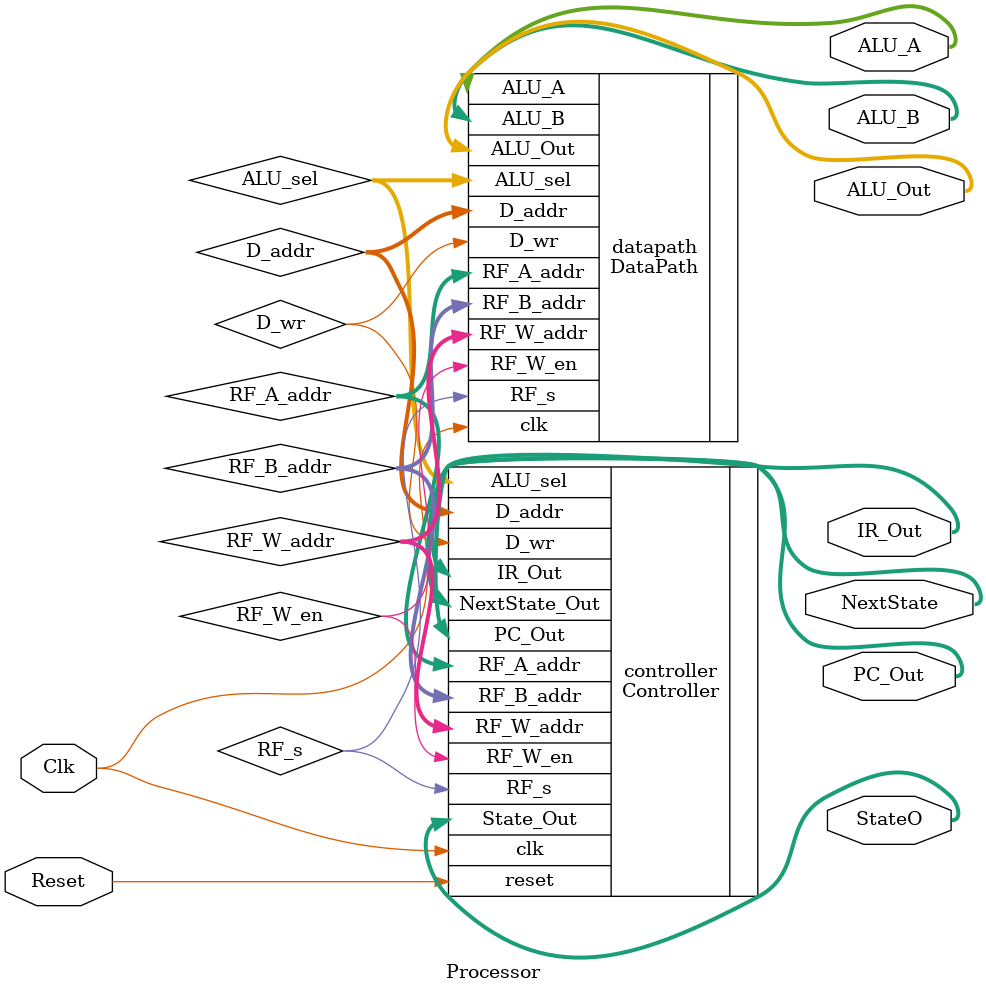
<source format=sv>
module Processor(
	Clk, Reset, IR_Out, PC_Out, StateO, NextState, ALU_A, ALU_B, ALU_Out
);
	input Clk;              // processor clock
	input Reset;            // system reset
	output [15:0] IR_Out;   // Instruction register
	output [6:0] PC_Out;    // Program counter
	output [7:0] StateO;     // FSM current state
	output [7:0] NextState; // FSM next state (or 0 if you don’t use one)
	output [15:0] ALU_A;    // ALU A-Side Input
	output [15:0] ALU_B;    // ALU B-Side Input
	output [15:0] ALU_Out;  // ALU current output
	
	
	localparam WIDTH=16, D_ADDR_W=8, R_ADDR_W=4, I_ADDR_W=7;
	
	logic[R_ADDR_W-1:0] RF_W_addr, RF_A_addr, RF_B_addr;
	logic[D_ADDR_W-1:0] D_addr;
	logic[3:0] ALU_sel;
	logic D_wr, RF_s, RF_W_en;
	
	
	
	Controller #(WIDTH, D_ADDR_W, I_ADDR_W, R_ADDR_W) controller(
		.clk(Clk), .reset(Reset),
		.D_wr(D_wr), .RF_s(RF_s), .RF_W_en(RF_W_en),
		.D_addr(D_addr),
		.RF_W_addr(RF_W_addr), .RF_A_addr(RF_A_addr), .RF_B_addr(RF_B_addr),
		.ALU_sel(ALU_sel),
		.IR_Out(IR_Out), .PC_Out(PC_Out),
		.State_Out(StateO), .NextState_Out(NextState)
	);
	
	DataPath #(WIDTH, D_ADDR_W, R_ADDR_W) datapath(
		.D_addr(D_addr),
		.D_wr(D_wr), .RF_s(RF_s), .RF_W_en(RF_W_en), .clk(Clk),
		.RF_W_addr(RF_W_addr), .RF_A_addr(RF_A_addr), .RF_B_addr(RF_B_addr),
		.ALU_sel(ALU_sel),
		.ALU_A(ALU_A), .ALU_B(ALU_B), .ALU_Out(ALU_Out)
	);
	
endmodule

</source>
